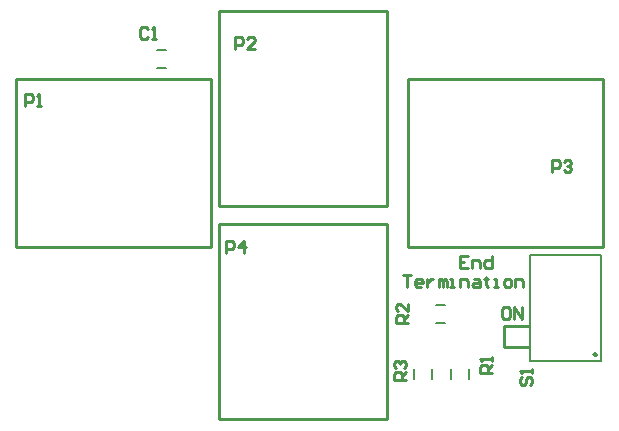
<source format=gto>
%FSAX44Y44*%
%MOMM*%
G71*
G01*
G75*
G04 Layer_Color=65535*
%ADD10R,1.1000X1.7000*%
%ADD11R,1.7000X1.1000*%
%ADD12C,0.5080*%
%ADD13C,1.5000*%
%ADD14C,1.0000*%
%ADD15C,1.8500*%
%ADD16C,1.5000*%
%ADD17C,1.5240*%
%ADD18C,3.4500*%
%ADD19C,1.2700*%
%ADD20C,0.2500*%
%ADD21C,0.2000*%
%ADD22C,0.2540*%
D20*
X00593050Y00407670D02*
G03*
X00593050Y00407670I-00001250J00000000D01*
G01*
D21*
X00457010Y00449460D02*
X00465010D01*
X00457010Y00434460D02*
X00465010D01*
X00485020Y00387160D02*
Y00395160D01*
X00470020Y00387160D02*
Y00395160D01*
X00536420Y00402040D02*
X00596420D01*
X00536420D02*
Y00492040D01*
X00596420D01*
Y00402040D02*
Y00492040D01*
X00220790Y00665360D02*
X00228790D01*
X00220790Y00650360D02*
X00228790D01*
X00438270Y00387160D02*
Y00395160D01*
X00453270Y00387160D02*
Y00395160D01*
D22*
X00433070Y00498880D02*
X00598170D01*
Y00641120D01*
X00433070D02*
X00598170D01*
X00433070Y00498880D02*
Y00641120D01*
X00415290Y00533400D02*
Y00698500D01*
X00273050D02*
X00415290D01*
X00273050Y00533400D02*
Y00698500D01*
Y00533400D02*
X00415290D01*
X00101600Y00641120D02*
X00266700D01*
X00101600Y00498880D02*
Y00641120D01*
Y00498880D02*
X00266700D01*
Y00641120D01*
X00273050Y00518160D02*
X00415290D01*
Y00353060D02*
Y00518160D01*
X00273050Y00353060D02*
X00415290D01*
X00273050D02*
Y00518160D01*
X00514350Y00414020D02*
Y00431800D01*
Y00414020D02*
X00535940D01*
X00514350Y00431800D02*
X00535940D01*
X00279400Y00494030D02*
Y00504027D01*
X00284398D01*
X00286064Y00502361D01*
Y00499028D01*
X00284398Y00497362D01*
X00279400D01*
X00294395Y00494030D02*
Y00504027D01*
X00289397Y00499028D01*
X00296061D01*
X00109220Y00618260D02*
Y00628257D01*
X00114218D01*
X00115885Y00626591D01*
Y00623258D01*
X00114218Y00621592D01*
X00109220D01*
X00119217Y00618260D02*
X00122549D01*
X00120883D01*
Y00628257D01*
X00119217Y00626591D01*
X00287020Y00666750D02*
Y00676747D01*
X00292018D01*
X00293685Y00675081D01*
Y00671748D01*
X00292018Y00670082D01*
X00287020D01*
X00303681Y00666750D02*
X00297017D01*
X00303681Y00673415D01*
Y00675081D01*
X00302015Y00676747D01*
X00298683D01*
X00297017Y00675081D01*
X00554990Y00562380D02*
Y00572377D01*
X00559988D01*
X00561655Y00570711D01*
Y00567378D01*
X00559988Y00565712D01*
X00554990D01*
X00564987Y00570711D02*
X00566653Y00572377D01*
X00569985D01*
X00571651Y00570711D01*
Y00569044D01*
X00569985Y00567378D01*
X00568319D01*
X00569985D01*
X00571651Y00565712D01*
Y00564046D01*
X00569985Y00562380D01*
X00566653D01*
X00564987Y00564046D01*
X00213421Y00683717D02*
X00211754Y00685383D01*
X00208422D01*
X00206756Y00683717D01*
Y00677052D01*
X00208422Y00675386D01*
X00211754D01*
X00213421Y00677052D01*
X00216753Y00675386D02*
X00220085D01*
X00218419D01*
Y00685383D01*
X00216753Y00683717D01*
X00504190Y00392430D02*
X00494193D01*
Y00397428D01*
X00495859Y00399095D01*
X00499192D01*
X00500858Y00397428D01*
Y00392430D01*
Y00395762D02*
X00504190Y00399095D01*
Y00402427D02*
Y00405759D01*
Y00404093D01*
X00494193D01*
X00495859Y00402427D01*
X00433070Y00434340D02*
X00423073D01*
Y00439338D01*
X00424739Y00441004D01*
X00428072D01*
X00429738Y00439338D01*
Y00434340D01*
Y00437672D02*
X00433070Y00441004D01*
Y00451001D02*
Y00444337D01*
X00426405Y00451001D01*
X00424739D01*
X00423073Y00449335D01*
Y00446003D01*
X00424739Y00444337D01*
X00431800Y00386080D02*
X00421803D01*
Y00391078D01*
X00423469Y00392744D01*
X00426802D01*
X00428468Y00391078D01*
Y00386080D01*
Y00389412D02*
X00431800Y00392744D01*
X00423469Y00396077D02*
X00421803Y00397743D01*
Y00401075D01*
X00423469Y00402741D01*
X00425135D01*
X00426802Y00401075D01*
Y00399409D01*
Y00401075D01*
X00428468Y00402741D01*
X00430134D01*
X00431800Y00401075D01*
Y00397743D01*
X00430134Y00396077D01*
X00530149Y00388935D02*
X00528483Y00387268D01*
Y00383936D01*
X00530149Y00382270D01*
X00531815D01*
X00533482Y00383936D01*
Y00387268D01*
X00535148Y00388935D01*
X00536814D01*
X00538480Y00387268D01*
Y00383936D01*
X00536814Y00382270D01*
X00538480Y00392267D02*
Y00395599D01*
Y00393933D01*
X00528483D01*
X00530149Y00392267D01*
X00484184Y00491327D02*
X00477520D01*
Y00481330D01*
X00484184D01*
X00477520Y00486328D02*
X00480852D01*
X00487517Y00481330D02*
Y00487994D01*
X00492515D01*
X00494181Y00486328D01*
Y00481330D01*
X00504178Y00491327D02*
Y00481330D01*
X00499180D01*
X00497514Y00482996D01*
Y00486328D01*
X00499180Y00487994D01*
X00504178D01*
X00429260Y00474817D02*
X00435924D01*
X00432592D01*
Y00464820D01*
X00444255D02*
X00440923D01*
X00439257Y00466486D01*
Y00469818D01*
X00440923Y00471484D01*
X00444255D01*
X00445921Y00469818D01*
Y00468152D01*
X00439257D01*
X00449254Y00471484D02*
Y00464820D01*
Y00468152D01*
X00450920Y00469818D01*
X00452586Y00471484D01*
X00454252D01*
X00459250Y00464820D02*
Y00471484D01*
X00460916D01*
X00462583Y00469818D01*
Y00464820D01*
Y00469818D01*
X00464249Y00471484D01*
X00465915Y00469818D01*
Y00464820D01*
X00469247D02*
X00472579D01*
X00470913D01*
Y00471484D01*
X00469247D01*
X00477578Y00464820D02*
Y00471484D01*
X00482576D01*
X00484242Y00469818D01*
Y00464820D01*
X00489241Y00471484D02*
X00492573D01*
X00494239Y00469818D01*
Y00464820D01*
X00489241D01*
X00487575Y00466486D01*
X00489241Y00468152D01*
X00494239D01*
X00499238Y00473151D02*
Y00471484D01*
X00497571D01*
X00500904D01*
X00499238D01*
Y00466486D01*
X00500904Y00464820D01*
X00505902D02*
X00509234D01*
X00507568D01*
Y00471484D01*
X00505902D01*
X00515899Y00464820D02*
X00519231D01*
X00520897Y00466486D01*
Y00469818D01*
X00519231Y00471484D01*
X00515899D01*
X00514233Y00469818D01*
Y00466486D01*
X00515899Y00464820D01*
X00524229D02*
Y00471484D01*
X00529228D01*
X00530894Y00469818D01*
Y00464820D01*
X00518078Y00448147D02*
X00514746D01*
X00513080Y00446481D01*
Y00439816D01*
X00514746Y00438150D01*
X00518078D01*
X00519744Y00439816D01*
Y00446481D01*
X00518078Y00448147D01*
X00523077Y00438150D02*
Y00448147D01*
X00529741Y00438150D01*
Y00448147D01*
M02*

</source>
